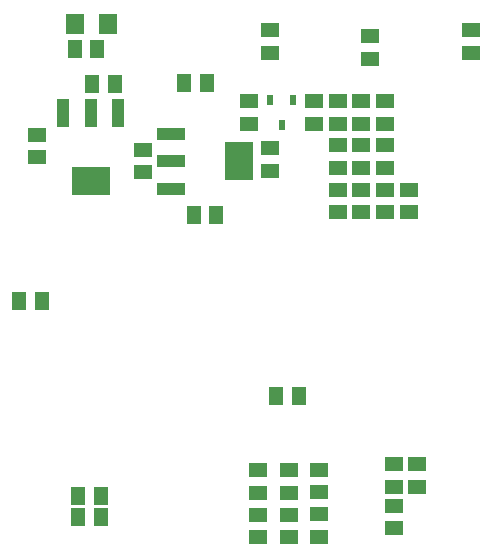
<source format=gbp>
G04 Layer_Color=128*
%FSLAX25Y25*%
%MOIN*%
G70*
G01*
G75*
%ADD12R,0.05118X0.05906*%
%ADD13R,0.05906X0.05118*%
%ADD39R,0.09449X0.12992*%
%ADD40R,0.09449X0.03937*%
%ADD41R,0.12992X0.09449*%
%ADD42R,0.03937X0.09449*%
%ADD43R,0.02362X0.03347*%
%ADD44R,0.06299X0.07087*%
D12*
X42126Y-178150D02*
D03*
X34646D02*
D03*
Y-185039D02*
D03*
X42126D02*
D03*
X77461Y-40551D02*
D03*
X69980D02*
D03*
X73032Y-84547D02*
D03*
X80512D02*
D03*
X39272Y-40748D02*
D03*
X46752D02*
D03*
X40945Y-29035D02*
D03*
X33465D02*
D03*
X22441Y-113189D02*
D03*
X14961D02*
D03*
X100591Y-144685D02*
D03*
X108071D02*
D03*
D13*
X144685Y-83464D02*
D03*
Y-75984D02*
D03*
X113189Y-53937D02*
D03*
Y-46457D02*
D03*
X136811Y-46457D02*
D03*
Y-53937D02*
D03*
X136811Y-68701D02*
D03*
Y-61221D02*
D03*
X136811Y-75984D02*
D03*
Y-83465D02*
D03*
X121063Y-46457D02*
D03*
Y-53937D02*
D03*
X128937Y-53937D02*
D03*
Y-46457D02*
D03*
X128937Y-61221D02*
D03*
Y-68701D02*
D03*
X128937Y-75984D02*
D03*
Y-83465D02*
D03*
X91535Y-53937D02*
D03*
Y-46457D02*
D03*
X121063Y-61221D02*
D03*
Y-68701D02*
D03*
X98425Y-69685D02*
D03*
Y-62205D02*
D03*
X139764Y-175000D02*
D03*
Y-167520D02*
D03*
Y-188779D02*
D03*
Y-181299D02*
D03*
X114862Y-191634D02*
D03*
Y-184153D02*
D03*
Y-176870D02*
D03*
Y-169390D02*
D03*
X104705Y-191732D02*
D03*
Y-184252D02*
D03*
Y-176969D02*
D03*
Y-169488D02*
D03*
X94488Y-191732D02*
D03*
Y-184252D02*
D03*
Y-176969D02*
D03*
Y-169488D02*
D03*
X121063Y-83464D02*
D03*
Y-75984D02*
D03*
X20866Y-57677D02*
D03*
Y-65158D02*
D03*
X56299Y-70079D02*
D03*
Y-62598D02*
D03*
X131890Y-32283D02*
D03*
Y-24803D02*
D03*
X165354Y-30315D02*
D03*
Y-22835D02*
D03*
X98425Y-30315D02*
D03*
Y-22835D02*
D03*
X147638Y-167520D02*
D03*
Y-175000D02*
D03*
D39*
X88287Y-66535D02*
D03*
D40*
X65453Y-57480D02*
D03*
Y-66535D02*
D03*
Y-75590D02*
D03*
D41*
X38681Y-73130D02*
D03*
D42*
X47736Y-50295D02*
D03*
X38681D02*
D03*
X29626D02*
D03*
D43*
X98622Y-45965D02*
D03*
X106102D02*
D03*
X102362Y-54429D02*
D03*
D44*
X33563Y-20571D02*
D03*
X44587D02*
D03*
M02*

</source>
